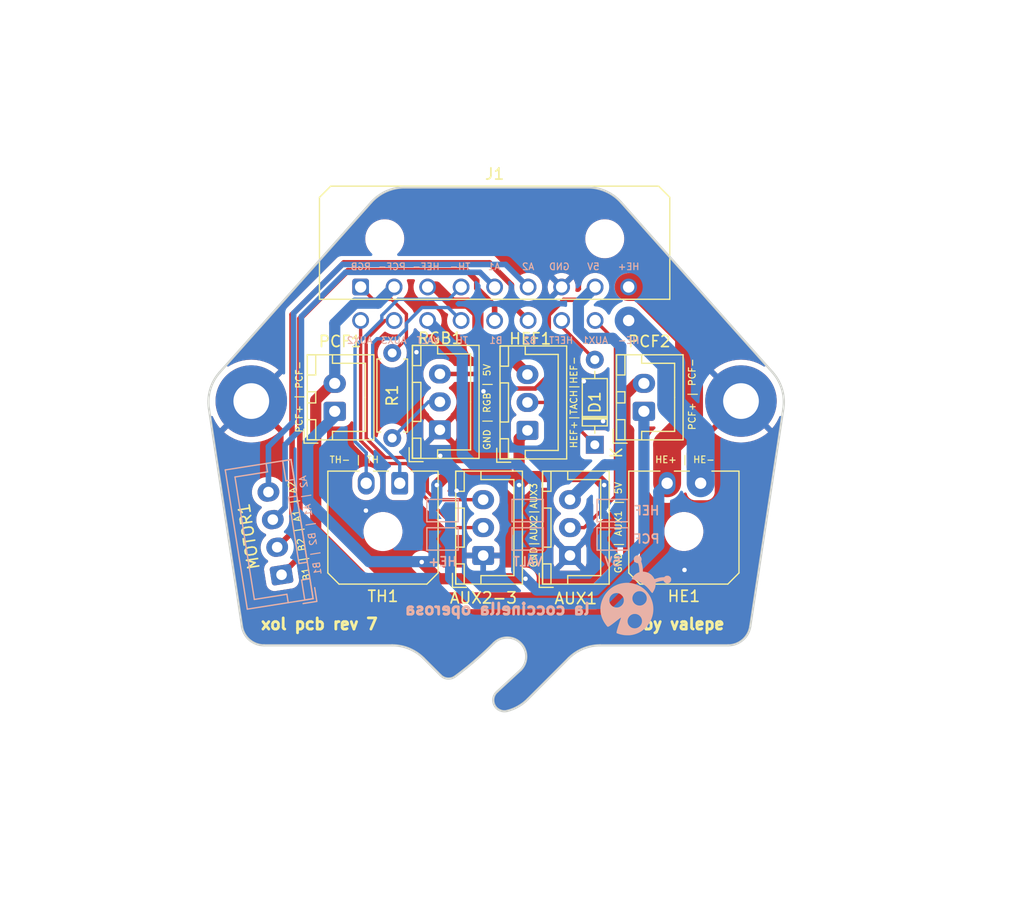
<source format=kicad_pcb>
(kicad_pcb (version 20240108) (generator "pcbnew") (generator_version "8.0")
  (layers (0 "F.Cu" signal) (31 "B.Cu" signal) (34 "B.Paste" user) (35 "F.Paste" user) (36 "B.SilkS" user "B.Silkscreen") (37 "F.SilkS" user "F.Silkscreen") (38 "B.Mask" user) (39 "F.Mask" user) (44 "Edge.Cuts" user))
  (net 0 "")
  (net 1 "AUX1")
  (net 2 "A1")
  (net 3 "Net-(D1-K)")
  (net 4 "A2")
  (net 5 "B1")
  (net 6 "RGB")
  (net 7 "B2")
  (net 8 "TH")
  (net 9 "HE+")
  (net 10 "HEF+")
  (net 11 "HE-")
  (net 12 "HEF-")
  (net 13 "5V")
  (net 14 "PCF+")
  (net 15 "PCF-")
  (net 16 "GND")
  (net 17 "TH-")
  (net 18 "VALT")
  (net 19 "Net-(D1-A)")
  (net 20 "AUX2")
  (net 21 "AUX3")
  (net 22 "Net-(RGB1-Pin_2)")
  (footprint "Connector_Molex:Molex_Micro-Fit_3.0_43650-0200_1x02_P3.00mm_Horizontal" (layer "F.Cu") (at 75.946 56.736 180)
    (property "Reference" "HE1" (at 1.5 -10.12 0) (layer "F.SilkS"))
    (property "Value" "HOTEND")
    (pad "" np_thru_hole circle (at 1.5 -4.32 180) (size 3 3) (drill 3) (layers "*.Cu" "*.Mask"))
    (pad "1" thru_hole roundrect (at 0 0 180) (size 1.5 2.02) (drill 1.02) (layers "*.Cu" "*.Mask") (roundrect_rratio 0.1666673333) (net 11 "HE-"))
    (pad "2" thru_hole oval (at 3 0 180) (size 1.5 2.02) (drill 1.02) (layers "*.Cu" "*.Mask") (net 9 "HE+"))
  )
  (footprint "Connector_JST:JST_XH_B2B-XH-A_1x02_P2.50mm_Vertical" (layer "F.Cu") (at 43.18 50.292 90)
    (property "Reference" "PCF1" (at 6.256 0.484 180) (layer "F.SilkS"))
    (property "Value" "PART_FAN_1")
    (pad "1" thru_hole roundrect (at 0 0 90) (size 1.7 2) (drill 1) (layers "*.Cu" "*.Mask") (roundrect_rratio 0.1470588235) (net 14 "PCF+"))
    (pad "2" thru_hole oval (at 2.5 0 90) (size 1.7 2) (drill 1) (layers "*.Cu" "*.Mask") (net 15 "PCF-"))
  )
  (footprint "Resistor_THT:R_Axial_DIN0207_L6.3mm_D2.5mm_P7.62mm_Horizontal" (layer "F.Cu") (at 48.33 52.69 90)
    (property "Reference" "R1" (at 3.81 0 90) (layer "F.SilkS"))
    (property "Value" "470")
    (pad "1" thru_hole circle (at 0 0 90) (size 1.6 1.6) (drill 0.8) (layers "*.Cu" "*.Mask") (net 22 "Net-(RGB1-Pin_2)"))
    (pad "2" thru_hole oval (at 7.62 0 90) (size 1.6 1.6) (drill 0.8) (layers "*.Cu" "*.Mask") (net 6 "RGB"))
  )
  (footprint "Connector_Molex:Molex_Micro-Fit_3.0_43650-0200_1x02_P3.00mm_Horizontal" (layer "F.Cu") (at 49 56.736 180)
    (property "Reference" "TH1" (at 1.5 -10.12 0) (layer "F.SilkS"))
    (property "Value" "THERMISTOR")
    (pad "" np_thru_hole circle (at 1.5 -4.32 180) (size 3 3) (drill 3) (layers "*.Cu" "*.Mask"))
    (pad "1" thru_hole roundrect (at 0 0 180) (size 1.5 2.02) (drill 1.02) (layers "*.Cu" "*.Mask") (roundrect_rratio 0.1666673333) (net 8 "TH"))
    (pad "2" thru_hole oval (at 3 0 180) (size 1.5 2.02) (drill 1.02) (layers "*.Cu" "*.Mask") (net 17 "TH-"))
  )
  (footprint "MountingHole:MountingHole_3.2mm_M3_Pad" (layer "F.Cu") (at 79.559001 49.376179)
    (property "Reference" "H1" (hide yes))
    (property "Value" "MountingHole_Pad")
    (pad "1" thru_hole circle (at 0 0) (size 6.4 6.4) (drill 3.2) (layers "*.Cu" "*.Mask") (net 16 "GND"))
  )
  (footprint "MountingHole:MountingHole_3.2mm_M3_Pad" (layer "F.Cu") (at 35.709001 49.376179)
    (property "Reference" "H2" (hide yes))
    (property "Value" "MountingHole_Pad")
    (pad "1" thru_hole circle (at 0 0) (size 6.4 6.4) (drill 3.2) (layers "*.Cu" "*.Mask") (net 16 "GND"))
  )
  (footprint "Connector_JST:JST_XH_B3B-XH-A_1x03_P2.50mm_Vertical" (layer "F.Cu") (at 64.245 63.206 90)
    (property "Reference" "AUX1" (at -3.85 0.525 180) (layer "F.SilkS"))
    (property "Value" "AUX_1")
    (pad "1" thru_hole roundrect (at 0 0 90) (size 1.7 1.95) (drill 0.95) (layers "*.Cu" "*.Mask") (roundrect_rratio 0.1470588235) (net 16 "GND"))
    (pad "2" thru_hole oval (at 2.5 0 90) (size 1.7 1.95) (drill 0.95) (layers "*.Cu" "*.Mask") (net 1 "AUX1"))
    (pad "3" thru_hole oval (at 5 0 90) (size 1.7 1.95) (drill 0.95) (layers "*.Cu" "*.Mask") (net 13 "5V"))
  )
  (footprint "Connector_JST:JST_XH_B3B-XH-A_1x03_P2.50mm_Vertical" (layer "F.Cu") (at 52.595 51.95 90)
    (property "Reference" "RGB1" (at 8.2 0.025 0) (layer "F.SilkS"))
    (property "Value" "NEOPIXEL")
    (pad "1" thru_hole roundrect (at 0 0 90) (size 1.7 1.95) (drill 0.95) (layers "*.Cu" "*.Mask") (roundrect_rratio 0.1470588235) (net 16 "GND"))
    (pad "2" thru_hole oval (at 2.5 0 90) (size 1.7 1.95) (drill 0.95) (layers "*.Cu" "*.Mask") (net 22 "Net-(RGB1-Pin_2)"))
    (pad "3" thru_hole oval (at 5 0 90) (size 1.7 1.95) (drill 0.95) (layers "*.Cu" "*.Mask") (net 13 "5V"))
  )
  (footprint "Connector_JST:JST_XH_B2B-XH-A_1x02_P2.50mm_Vertical" (layer "F.Cu") (at 70.866 50.292 90)
    (property "Reference" "PCF2" (at 6.256 0.484 180) (layer "F.SilkS"))
    (property "Value" "PART_FAN_2")
    (pad "1" thru_hole roundrect (at 0 0 90) (size 1.7 2) (drill 1) (layers "*.Cu" "*.Mask") (roundrect_rratio 0.1470588235) (net 14 "PCF+"))
    (pad "2" thru_hole oval (at 2.5 0 90) (size 1.7 2) (drill 1) (layers "*.Cu" "*.Mask") (net 15 "PCF-"))
  )
  (footprint "Connector_Molex:Molex_Micro-Fit_3.0_43045-1800_2x09_P3.00mm_Horizontal" (layer "F.Cu") (at 45.5 39.161)
    (property "Reference" "J1" (at 12 -10.12 0) (layer "F.SilkS"))
    (property "Value" "BIG_CONNECTOR")
    (pad "" np_thru_hole circle (at 2.16 -4.32) (size 3 3) (drill 3) (layers "*.Cu" "*.Mask"))
    (pad "" np_thru_hole circle (at 21.86 -4.32) (size 3 3) (drill 3) (layers "*.Cu" "*.Mask"))
    (pad "1" thru_hole roundrect (at 0 0) (size 1.5 1.5) (drill 1.02) (layers "*.Cu" "*.Mask") (roundrect_rratio 0.166667) (net 6 "RGB"))
    (pad "2" thru_hole circle (at 3 0) (size 1.5 1.5) (drill 1.02) (layers "*.Cu" "*.Mask") (net 15 "PCF-"))
    (pad "3" thru_hole circle (at 6 0) (size 1.5 1.5) (drill 1.02) (layers "*.Cu" "*.Mask") (net 12 "HEF-"))
    (pad "4" thru_hole circle (at 9 0) (size 1.5 1.5) (drill 1.02) (layers "*.Cu" "*.Mask") (net 17 "TH-"))
    (pad "5" thru_hole circle (at 12 0) (size 1.5 1.5) (drill 1.02) (layers "*.Cu" "*.Mask") (net 2 "A1"))
    (pad "6" thru_hole circle (at 15 0) (size 1.5 1.5) (drill 1.02) (layers "*.Cu" "*.Mask") (net 4 "A2"))
    (pad "7" thru_hole circle (at 18 0) (size 1.5 1.5) (drill 1.02) (layers "*.Cu" "*.Mask") (net 16 "GND"))
    (pad "8" thru_hole circle (at 21 0) (size 1.5 1.5) (drill 1.02) (layers "*.Cu" "*.Mask") (net 13 "5V"))
    (pad "9" thru_hole circle (at 24 0) (size 1.5 1.5) (drill 1.02) (layers "*.Cu" "*.Mask") (net 9 "HE+"))
    (pad "10" thru_hole circle (at 0 3) (size 1.5 1.5) (drill 1.02) (layers "*.Cu" "*.Mask") (net 20 "AUX2"))
    (pad "11" thru_hole circle (at 3 3) (size 1.5 1.5) (drill 1.02) (layers "*.Cu" "*.Mask") (net 21 "AUX3"))
    (pad "12" thru_hole circle (at 6 3) (size 1.5 1.5) (drill 1.02) (layers "*.Cu" "*.Mask") (net 18 "VALT"))
    (pad "13" thru_hole circle (at 9 3) (size 1.5 1.5) (drill 1.02) (layers "*.Cu" "*.Mask") (net 8 "TH"))
    (pad "14" thru_hole circle (at 12 3) (size 1.5 1.5) (drill 1.02) (layers "*.Cu" "*.Mask") (net 5 "B1"))
    (pad "15" thru_hole circle (at 15 3) (size 1.5 1.5) (drill 1.02) (layers "*.Cu" "*.Mask") (net 7 "B2"))
    (pad "16" thru_hole circle (at 18 3) (size 1.5 1.5) (drill 1.02) (layers "*.Cu" "*.Mask") (net 19 "Net-(D1-A)"))
    (pad "17" thru_hole circle (at 21 3) (size 1.5 1.5) (drill 1.02) (layers "*.Cu" "*.Mask") (net 1 "AUX1"))
    (pad "18" thru_hole circle (at 24 3) (size 1.5 1.5) (drill 1.02) (layers "*.Cu" "*.Mask") (net 11 "HE-"))
  )
  (footprint "Connector_JST:JST_XH_B3B-XH-A_1x03_P2.50mm_Vertical" (layer "F.Cu") (at 60.44 52 90)
    (property "Reference" "HEF1" (at 8.2 0.25 0) (layer "F.SilkS"))
    (property "Value" "HOTEND_FAN")
    (pad "1" thru_hole roundrect (at 0 0 90) (size 1.7 1.95) (drill 0.95) (layers "*.Cu" "*.Mask") (roundrect_rratio 0.147059) (net 10 "HEF+"))
    (pad "2" thru_hole oval (at 2.5 0 90) (size 1.7 1.95) (drill 0.95) (layers "*.Cu" "*.Mask") (net 3 "Net-(D1-K)"))
    (pad "3" thru_hole oval (at 5 0 90) (size 1.7 1.95) (drill 0.95) (layers "*.Cu" "*.Mask") (net 12 "HEF-"))
  )
  (footprint "Diode_THT:D_DO-35_SOD27_P7.62mm_Horizontal" (layer "F.Cu") (at 66.47 53.29 90)
    (property "Reference" "D1" (at 3.81 0 90) (layer "F.SilkS"))
    (property "Value" "1N4148")
    (fp_text user "K" (at -0.71 1.94 90) (layer "F.SilkS"))
    (pad "1" thru_hole rect (at 0 0 90) (size 1.6 1.6) (drill 0.8) (layers "*.Cu" "*.Mask") (net 3 "Net-(D1-K)"))
    (pad "2" thru_hole oval (at 7.62 0 90) (size 1.6 1.6) (drill 0.8) (layers "*.Cu" "*.Mask") (net 19 "Net-(D1-A)"))
  )
  (footprint "Connector_JST:JST_XH_B3B-XH-A_1x03_P2.50mm_Vertical" (layer "F.Cu") (at 56.475 63.206 90)
    (property "Reference" "AUX2-3" (at -3.794 0.025 180) (layer "F.SilkS"))
    (property "Value" "AUX_2-3")
    (pad "1" thru_hole roundrect (at 0 0 90) (size 1.7 1.95) (drill 0.95) (layers "*.Cu" "*.Mask") (roundrect_rratio 0.147059) (net 16 "GND"))
    (pad "2" thru_hole oval (at 2.5 0 90) (size 1.7 1.95) (drill 0.95) (layers "*.Cu" "*.Mask") (net 20 "AUX2"))
    (pad "3" thru_hole oval (at 5 0 90) (size 1.7 1.95) (drill 0.95) (layers "*.Cu" "*.Mask") (net 21 "AUX3"))
  )
  (footprint "Library:ladybug" (layer "B.Cu") (at 70.094225 66.739648 180)
    (property "Reference" "G***" (hide yes))
    (property "Value" "LOGO" (hide yes))
  )
  (footprint "Jumper:SolderJumper-2_P1.3mm_Open_TrianglePad1.0x1.5mm" (layer "B.Cu") (at 68.072 61.722 180)
    (property "Reference" "JP4" (hide yes))
    (property "Value" "PCF_5V")
    (pad "1" smd custom (at -0.725 0 180) (size 0.3 0.3) (layers "B.Cu" "B.Mask") (net 13 "5V") (options (clearance outline) (anchor rect)) (primitives (gr_poly (pts (xy 1 0) (xy 0.5 -0.75) (xy -0.5 -0.75) (xy -0.5 0.75) (xy 0.5 0.75)) (width 0) (fill yes))))
    (pad "2" smd custom (at 0.725 0 180) (size 0.3 0.3) (layers "B.Cu" "B.Mask") (net 14 "PCF+") (options (clearance outline) (anchor rect)) (primitives (gr_poly (pts (xy 0.5 -0.75) (xy -0.65 -0.75) (xy -0.15 0) (xy -0.65 0.75) (xy 0.5 0.75)) (width 0) (fill yes))))
  )
  (footprint "Connector_JST:JST_XH_B4B-XH-A_1x04_P2.50mm_Vertical" (layer "B.Cu") (at 38.419166 64.929703 99)
    (property "Reference" "MOTOR1" (at 3.844136 -2.346702 99) (layer "F.SilkS"))
    (property "Value" "MOTOR")
    (pad "1" thru_hole roundrect (at 0 0 99) (size 1.7 1.95) (drill 0.95) (layers "*.Cu" "*.Mask") (roundrect_rratio 0.1470588235) (net 5 "B1"))
    (pad "2" thru_hole oval (at 2.5 0 99) (size 1.7 1.95) (drill 0.95) (layers "*.Cu" "*.Mask") (net 7 "B2"))
    (pad "3" thru_hole oval (at 5 0 99) (size 1.7 1.95) (drill 0.95) (layers "*.Cu" "*.Mask") (net 2 "A1"))
    (pad "4" thru_hole oval (at 7.5 0.000001 99) (size 1.7 1.95) (drill 0.95) (layers "*.Cu" "*.Mask") (net 4 "A2"))
  )
  (footprint "Jumper:SolderJumper-2_P1.3mm_Open_TrianglePad1.0x1.5mm" (layer "B.Cu") (at 68.072 59.182 180)
    (property "Reference" "JP1" (hide yes))
    (property "Value" "HEF_5V")
    (pad "1" smd custom (at -0.725 0 180) (size 0.3 0.3) (layers "B.Cu" "B.Mask") (net 13 "5V") (options (clearance outline) (anchor rect)) (primitives (gr_poly (pts (xy 1 0) (xy 0.5 -0.75) (xy -0.5 -0.75) (xy -0.5 0.75) (xy 0.5 0.75)) (width 0) (fill yes))))
    (pad "2" smd custom (at 0.725 0 180) (size 0.3 0.3) (layers "B.Cu" "B.Mask") (net 10 "HEF+") (options (clearance outline) (anchor rect)) (primitives (gr_poly (pts (xy 0.5 -0.75) (xy -0.65 -0.75) (xy -0.15 0) (xy -0.65 0.75) (xy 0.5 0.75)) (width 0) (fill yes))))
  )
  (footprint "Jumper:SolderJumper-2_P1.3mm_Open_TrianglePad1.0x1.5mm" (layer "B.Cu") (at 52.832 59.182 180)
    (property "Reference" "JP3" (hide yes))
    (property "Value" "HEF_HE+")
    (pad "1" smd custom (at -0.725 0 180) (size 0.3 0.3) (layers "B.Cu" "B.Mask") (net 9 "HE+") (options (clearance outline) (anchor rect)) (primitives (gr_poly (pts (xy 1 0) (xy 0.5 -0.75) (xy -0.5 -0.75) (xy -0.5 0.75) (xy 0.5 0.75)) (width 0) (fill yes))))
    (pad "2" smd custom (at 0.725 0 180) (size 0.3 0.3) (layers "B.Cu" "B.Mask") (net 10 "HEF+") (options (clearance outline) (anchor rect)) (primitives (gr_poly (pts (xy 0.5 -0.75) (xy -0.65 -0.75) (xy -0.15 0) (xy -0.65 0.75) (xy 0.5 0.75)) (width 0) (fill yes))))
  )
  (footprint "Jumper:SolderJumper-2_P1.3mm_Open_TrianglePad1.0x1.5mm" (layer "B.Cu") (at 60.452 61.722 180)
    (property "Reference" "JP5" (hide yes))
    (property "Value" "PCF_VALT")
    (pad "1" smd custom (at -0.725 0 180) (size 0.3 0.3) (layers "B.Cu" "B.Mask") (net 18 "VALT") (options (clearance outline) (anchor rect)) (primitives (gr_poly (pts (xy 1 0) (xy 0.5 -0.75) (xy -0.5 -0.75) (xy -0.5 0.75) (xy 0.5 0.75)) (width 0) (fill yes))))
    (pad "2" smd custom (at 0.725 0 180) (size 0.3 0.3) (layers "B.Cu" "B.Mask") (net 14 "PCF+") (options (clearance outline) (anchor rect)) (primitives (gr_poly (pts (xy 0.5 -0.75) (xy -0.65 -0.75) (xy -0.15 0) (xy -0.65 0.75) (xy 0.5 0.75)) (width 0) (fill yes))))
  )
  (footprint "Jumper:SolderJumper-2_P1.3mm_Open_TrianglePad1.0x1.5mm" (layer "B.Cu") (at 52.832 61.722 180)
    (property "Reference" "JP6" (hide yes))
    (property "Value" "PCF_HE+")
    (pad "1" smd custom (at -0.725 0 180) (size 0.3 0.3) (layers "B.Cu" "B.Mask") (net 9 "HE+") (options (clearance outline) (anchor rect)) (primitives (gr_poly (pts (xy 1 0) (xy 0.5 -0.75) (xy -0.5 -0.75) (xy -0.5 0.75) (xy 0.5 0.75)) (width 0) (fill yes))))
    (pad "2" smd custom (at 0.725 0 180) (size 0.3 0.3) (layers "B.Cu" "B.Mask") (net 14 "PCF+") (options (clearance outline) (anchor rect)) (primitives (gr_poly (pts (xy 0.5 -0.75) (xy -0.65 -0.75) (xy -0.15 0) (xy -0.65 0.75) (xy 0.5 0.75)) (width 0) (fill yes))))
  )
  (footprint "Jumper:SolderJumper-2_P1.3mm_Open_TrianglePad1.0x1.5mm" (layer "B.Cu") (at 60.452 59.182 180)
    (property "Reference" "JP2" (hide yes))
    (property "Value" "HEF_VALT")
    (pad "1" smd custom (at -0.725 0 180) (size 0.3 0.3) (layers "B.Cu" "B.Mask") (net 18 "VALT") (options (clearance outline) (anchor rect)) (primitives (gr_poly (pts (xy 1 0) (xy 0.5 -0.75) (xy -0.5 -0.75) (xy -0.5 0.75) (xy 0.5 0.75)) (width 0) (fill yes))))
    (pad "2" smd custom (at 0.725 0 180) (size 0.3 0.3) (layers "B.Cu" "B.Mask") (net 10 "HEF+") (options (clearance outline) (anchor rect)) (primitives (gr_poly (pts (xy 0.5 -0.75) (xy -0.65 -0.75) (xy -0.15 0) (xy -0.65 0.75) (xy 0.5 0.75)) (width 0) (fill yes))))
  )
  (gr_arc (start 65.840627 30.245996) (mid 67.477058 30.59605) (end 68.827066 31.584947) (stroke (width 0.2)) (layer "Edge.Cuts"))
  (gr_arc (start 57.42912 71.048348) (mid 55.755309 72.605299) (end 53.970225 74.033311) (stroke (width 0.2)) (layer "Edge.Cuts"))
  (gr_arc (start 58.624904 77.121317) (mid 57.488535 76.611085) (end 57.731048 75.389259) (stroke (width 0.2)) (layer "Edge.Cuts"))
  (gr_arc (start 46.440937 31.584947) (mid 47.790946 30.596051) (end 49.427376 30.245996) (stroke (width 0.2)) (layer "Edge.Cuts"))
  (gr_line (start 82.38354 46.79909) (end 68.827066 31.584947) (stroke (width 0.2)) (layer "Edge.Cuts"))
  (gr_line (start 80.392158 69.546324) (end 83.351745 50.060796) (stroke (width 0.2)) (layer "Edge.Cuts"))
  (gr_line (start 59.835941 73.44985) (end 57.731048 75.389259) (stroke (width 0.2)) (layer "Edge.Cuts"))
  (gr_line (start 36.853167 71.245996) (end 48.320293 71.245996) (stroke (width 0.2)) (layer "Edge.Cuts"))
  (gr_line (start 31.916258 50.060796) (end 34.875844 69.546324) (stroke (width 0.2)) (layer "Edge.Cuts"))
  (gr_arc (start 64.119283 72.417569) (mid 65.416977 71.550479) (end 66.94771 71.245996) (stroke (width 0.2)) (layer "Edge.Cuts"))
  (gr_line (start 65.840627 30.245996) (end 49.427376 30.245996) (stroke (width 0.2)) (layer "Edge.Cuts"))
  (gr_line (start 60.462428 76.074423) (end 64.119283 72.417569) (stroke (width 0.2)) (layer "Edge.Cuts"))
  (gr_line (start 46.440937 31.584947) (end 32.884463 46.79909) (stroke (width 0.2)) (layer "Edge.Cuts"))
  (gr_arc (start 57.42912 71.048348) (mid 59.833282 71.045688) (end 59.835941 73.44985) (stroke (width 0.2)) (layer "Edge.Cuts"))
  (gr_arc (start 60.462428 76.074423) (mid 59.614106 76.721507) (end 58.624904 77.121317) (stroke (width 0.2)) (layer "Edge.Cuts"))
  (gr_arc (start 53.970225 74.033311) (mid 53.301167 74.226968) (end 52.667961 73.936809) (stroke (width 0.2)) (layer "Edge.Cuts"))
  (gr_arc (start 80.392158 69.546324) (mid 79.71856 70.762697) (end 78.414836 71.245996) (stroke (width 0.2)) (layer "Edge.Cuts"))
  (gr_arc (start 31.916258 50.060796) (mid 32.036278 48.321869) (end 32.884463 46.79909) (stroke (width 0.2)) (layer "Edge.Cuts"))
  (gr_arc (start 48.320293 71.245996) (mid 49.851027 71.550478) (end 51.14872 72.417569) (stroke (width 0.2)) (layer "Edge.Cuts"))
  (gr_arc (start 36.853167 71.245996) (mid 35.549452 70.762679) (end 34.875844 69.546324) (stroke (width 0.2)) (layer "Edge.Cuts"))
  (gr_arc (start 82.38354 46.79909) (mid 83.23173 48.321868) (end 83.351745 50.060796) (stroke (width 0.2)) (layer "Edge.Cuts"))
  (gr_line (start 51.14872 72.417569) (end 52.667961 73.936809) (stroke (width 0.2)) (layer "Edge.Cuts"))
  (gr_line (start 66.94771 71.245996) (end 78.414836 71.245996) (stroke (width 0.2)) (layer "Edge.Cuts"))
  (gr_text "la coccinella operosa" (at 57.75 68.01 0) (layer "B.SilkS") (effects (font (size 1 1) (thickness 0.25)) (justify mirror)))
  (gr_text "A2 | A1 | B2 | B1" (at 41 60.5 99) (layer "B.SilkS") (effects (font (size 0.6 0.6) (thickness 0.1)) (justify mirror)))
  (gr_text "VALT" (at 51.514 43.942 0) (layer "B.SilkS") (effects (font (size 0.6 0.6) (thickness 0.1)) (justify mirror)))
  (gr_text "TH-" (at 54.404 37.338 0) (layer "B.SilkS") (effects (font (size 0.6 0.6) (thickness 0.1)) (justify mirror)))
  (gr_text "GND" (at 63.294 37.338 0) (layer "B.SilkS") (effects (font (size 0.6 0.6) (thickness 0.1)) (justify mirror)))
  (gr_text "RGB" (at 45.514 37.338 0) (layer "B.SilkS") (effects (font (size 0.6 0.6) (thickness 0.1)) (justify mirror)))
  (gr_text "PCF-" (at 48.308 37.338 0) (layer "B.SilkS") (effects (font (size 0.6 0.6) (thickness 0.1)) (justify mirror)))
  (gr_text "5V" (at 68.072 63.754 0) (layer "B.SilkS") (effects (font (size 0.8 0.8)) (justify mirror)))
  (gr_text "HEFT" (at 63.452 43.942 0) (layer "B.SilkS") (effects (font (size 0.6 0.6) (thickness 0.1)) (justify mirror)))
  (gr_text "AUX3" (at 48.466 43.942 0) (layer "B.SilkS") (effects (font (size 0.6 0.6) (thickness 0.1)) (justify mirror)))
  (gr_text "B2" (at 60.658 43.942 0) (layer "B.SilkS") (effects (font (size 0.6 0.6) (thickness 0.1)) (justify mirror)))
  (gr_text "TH" (at 54.562 43.942 0) (layer "B.SilkS") (effects (font (size 0.6 0.6) (thickness 0.1)) (justify mirror)))
  (gr_text "HE+" (at 52.832 63.754 0) (layer "B.SilkS") (effects (font (size 0.8 0.8)) (justify mirror)))
  (gr_text "A1" (at 57.452 37.338 0) (layer "B.SilkS") (effects (font (size 0.6 0.6) (thickness 0.1)) (justify mirror)))
  (gr_text "HEF" (at 71.12 59.182 0) (layer "B.SilkS") (effects (font (size 0.8 0.8)) (justify mirror)))
  (gr_text "5V" (at 66.342 37.338 0) (layer "B.SilkS") (effects (font (size 0.6 0.6) (thickness 0.1)) (justify mirror)))
  (gr_text "VALT" (at 60.452 63.754 0) (layer "B.SilkS") (effects (font (size 0.8 0.8)) (justify mirror)))
  (gr_text "HE-" (at 69.5 43.942 0) (layer "B.SilkS") (effects (font (size 0.6 0.6) (thickness 0.1)) (justify mirror)))
  (gr_text "HE+" (at 69.5 37.338 0) (layer "B.SilkS") (effects (font (size 0.6 0.6) (thickness 0.1)) (justify mirror)))
  (gr_text "HEF-" (at 51.356 37.338 0) (layer "B.SilkS") (effects (font (size 0.6 0.6) (thickness 0.1)) (justify mirror)))
  (gr_text "B1" (at 57.61 43.942 0) (layer "B.SilkS") (effects (font (size 0.6 0.6) (thickness 0.1)) (justify mirror)))
  (gr_text "A2" (at 60.5 37.338 0) (layer "B.SilkS") (effects (font (size 0.6 0.6) (thickness 0.1)) (justify mirror)))
  (gr_text "AUX2" (at 45.418 43.942 0) (layer "B.SilkS") (effects (font (size 0.6 0.6) (thickness 0.1)) (justify mirror)))
  (gr_text "AUX1" (at 66.5 43.942 0) (layer "B.SilkS") (effects (font (size 0.6 0.6) (thickness 0.1)) (justify mirror)))
  (gr_text "PCF" (at 71.12 61.722 0) (layer "B.SilkS") (effects (font (size 0.8 0.8)) (justify mirror)))
  (gr_text "GND|AUX2|AUX3" (at 61 60.5 90) (layer "F.SilkS") (effects (font (size 0.6 0.6) (thickness 0.1))))
  (gr_text "TH- | TH" (at 44.93 54.63 0) (layer "F.SilkS") (effects (font (size 0.6 0.6) (thickness 0.1))))
  (gr_text "GND | RGB | 5V" (at 56.82 49.9 90) (layer "F.SilkS") (effects (font (size 0.6 0.6) (thickness 0.1))))
  (gr_text "HE+ | HE-" (at 74.54 54.62 0) (layer "F.SilkS") (effects (font (size 0.6 0.6) (thickness 0.1))))
  (gr_text "PCF+ | PCF-" (at 75.184 48.768 90) (layer "F.SilkS") (effects (font (size 0.6 0.6) (thickness 0.1))))
  (gr_text "by valepe" (at 74.422 69.342 0) (layer "F.SilkS") (effects (font (size 1 1) (thickness 0.25))))
  (gr_text "PCF+ | PCF-" (at 40 49 90) (layer "F.SilkS") (effects (font (size 0.6 0.6) (thickness 0.1))))
  (gr_text "GND | AUX1 | 5V" (at 68.58 60.706 90) (layer "F.SilkS") (effects (font (size 0.6 0.6) (thickness 0.1))))
  (gr_text "xol pcb rev 7" (at 36.449 69.342 0) (layer "F.SilkS") (effects (font (size 1 1) (thickness 0.25)) (justify left)))
  (gr_text "B1 | B2 | A1 | A2" (at 40 61 99) (layer "F.SilkS") (effects (font (size 0.6 0.6) (thickness 0.1))))
  (gr_text "HEF+|TACH|HEF-" (at 64.59 49.49 90) (layer "F.SilkS") (effects (font (size 0.6 0.6) (thickness 0.1))))
  (segment (start 68.316 43.977) (end 68.316 57.91) (width 0.3) (layer "F.Cu") (net 1))
  (segment (start 65.52 60.706) (end 64.245 60.706) (width 0.3) (layer "F.Cu") (net 1))
  (segment (start 68.316 57.91) (end 65.52 60.706) (width 0.3) (layer "F.Cu") (net 1))
  (segment (start 66.5 42.161) (end 68.316 43.977) (width 0.3) (layer "F.Cu") (net 1))
  (segment (start 40.2 41.78995) (end 44.14395 37.846) (width 0.5) (layer "B.Cu") (net 2))
  (segment (start 38.737599 58.890656) (end 38.737599 53.286601) (width 0.5) (layer "B.Cu") (net 2))
  (segment (start 38.737599 53.286601) (end 40.2 51.8242) (width 0.5) (layer "B.Cu") (net 2))
  (segment (start 40.2 51.8242) (end 40.2 41.78995) (width 0.5) (layer "B.Cu") (net 2))
  (segment (start 56.185 37.846) (end 57.5 39.161) (width 0.5) (layer "B.Cu") (net 2))
  (segment (start 37.636994 59.991261) (end 38.737599 58.890656) (width 0.5) (layer "B.Cu") (net 2))
  (segment (start 44.14395 37.846) (end 56.185 37.846) (width 0.5) (layer "B.Cu") (net 2))
  (segment (start 62.68 49.5) (end 66.47 53.29) (width 0.3) (layer "F.Cu") (net 3))
  (segment (start 60.44 49.5) (end 62.68 49.5) (width 0.3) (layer "F.Cu") (net 3))
  (segment (start 39.5 51.1892) (end 37.245908 53.443292) (width 0.5) (layer "B.Cu") (net 4))
  (segment (start 58.485 37.146) (end 43.854 37.146) (width 0.5) (layer "B.Cu") (net 4))
  (segment (start 43.854 37.146) (end 39.5 41.5) (width 0.5) (layer "B.Cu") (net 4))
  (segment (start 37.245908 53.443292) (end 37.245908 57.52204) (width 0.5) (layer "B.Cu") (net 4))
  (segment (start 60.5 39.161) (end 58.485 37.146) (width 0.5) (layer "B.Cu") (net 4))
  (segment (start 39.5 41.5) (end 39.5 51.1892) (width 0.5) (layer "B.Cu") (net 4))
  (segment (start 38.419166 64.929703) (end 40 63.348869) (width 0.5) (layer "F.Cu") (net 5))
  (segment (start 40 61.5) (end 40.059001 61.440999) (width 0.5) (layer "F.Cu") (net 5))
  (segment (start 40.059001 42) (end 44.359001 37.7) (width 0.5) (layer "F.Cu") (net 5))
  (segment (start 57.5 40.858057) (end 55.9 39.258057) (width 0.5) (layer "F.Cu") (net 5))
  (segment (start 44.359001 37.7) (end 55 37.7) (width 0.5) (layer "F.Cu") (net 5))
  (segment (start 40.059001 61.440999) (end 40.059001 42) (width 0.5) (layer "F.Cu") (net 5))
  (segment (start 40 63.348869) (end 40 61.5) (width 0.5) (layer "F.Cu") (net 5))
  (segment (start 55.9 39.258057) (end 55.9 38.6) (width 0.5) (layer "F.Cu") (net 5))
  (segment (start 57.5 42.161) (end 57.5 40.858057) (width 0.5) (layer "F.Cu") (net 5))
  (segment (start 55 37.7) (end 55.9 38.6) (width 0.5) (layer "F.Cu") (net 5))
  (segment (start 46.6 40.261) (end 48.271 40.261) (width 0.3) (layer "F.Cu") (net 6))
  (segment (start 49.6 41.59) (end 49.6 43.8) (width 0.3) (layer "F.Cu") (net 6))
  (segment (start 45.5 39.161) (end 46.6 40.261) (width 0.3) (layer "F.Cu") (net 6))
  (segment (start 49.6 43.8) (end 48.33 45.07) (width 0.3) (layer "F.Cu") (net 6))
  (segment (start 48.271 40.261) (end 49.6 41.59) (width 0.3) (layer "F.Cu") (net 6))
  (segment (start 57.036057 37) (end 59 38.963943) (width 0.5) (layer "F.Cu") (net 7))
  (segment (start 59 38.963943) (end 59 40.661) (width 0.5) (layer "F.Cu") (net 7))
  (segment (start 59 40.661) (end 60.5 42.161) (width 0.5) (layer "F.Cu") (net 7))
  (segment (start 39.359001 61.129561) (end 39.359001 41.640999) (width 0.5) (layer "F.Cu") (net 7))
  (segment (start 44 37) (end 57.036057 37) (width 0.5) (layer "F.Cu") (net 7))
  (segment (start 38.02808 62.460482) (end 39.359001 61.129561) (width 0.5) (layer "F.Cu") (net 7))
  (segment (start 39.359001 41.640999) (end 44 37) (width 0.5) (layer "F.Cu") (net 7))
  (segment (start 54.5 42.161) (end 53.339 41) (width 0.3) (layer "B.Cu") (net 8))
  (segment (start 49.506 56.736) (end 49.15 56.38) (width 0.3) (layer "B.Cu") (net 8))
  (segment (start 51 41) (end 49.6 42.4) (width 0.3) (layer "B.Cu") (net 8))
  (segment (start 46.97 43.79) (end 46.58 44.18) (width 0.3) (layer "B.Cu") (net 8))
  (segment (start 49 54.986346) (end 49 56.736) (width 0.3) (layer "B.Cu") (net 8))
  (segment (start 53.339 41) (end 51 41) (width 0.3) (layer "B.Cu") (net 8))
  (segment (start 46.58 52.566346) (end 49 54.986346) (width 0.3) (layer "B.Cu") (net 8))
  (segment (start 49.6 42.9) (end 48.71 43.79) (width 0.3) (layer "B.Cu") (net 8))
  (segment (start 49.6 42.4) (end 49.6 42.9) (width 0.3) (layer "B.Cu") (net 8))
  (segment (start 46.58 52.566346) (end 46.58 44.18) (width 0.3) (layer "B.Cu") (net 8))
  (segment (start 48.71 43.79) (end 46.97 43.79) (width 0.3) (layer "B.Cu") (net 8))
  (segment (start 74.909001 51.302273) (end 74.909001 43.509341) (width 2.5) (layer "F.Cu") (net 9))
  (segment (start 72.946 56.736) (end 72.946 53.265274) (width 2.5) (layer "F.Cu") (net 9))
  (segment (start 70.56066 39.161) (end 69.5 39.161) (width 2.5) (layer "F.Cu") (net 9))
  (segment (start 72.946 53.265274) (end 74.909001 51.302273) (width 2.5) (layer "F.Cu") (net 9))
  (segment (start 74.909001 43.509341) (end 70.56066 39.161) (width 2.5) (layer "F.Cu") (net 9))
  (segment (start 53.557 65.23243) (end 55.82457 67.5) (width 1) (layer "B.Cu") (net 9))
  (segment (start 72.196 57.486) (end 72.946 56.736) (width 1) (layer "B.Cu") (net 9))
  (segment (start 53.557 59.182) (end 53.557 61.722) (width 1) (layer "B.Cu") (net 9))
  (segment (start 72.196 62.304) (end 72.196 57.486) (width 1) (layer "B.Cu") (net 9))
  (segment (start 55.82457 67.5) (end 67 67.5) (width 1) (layer "B.Cu") (net 9))
  (segment (start 53.557 61.722) (end 53.557 65.23243) (width 1) (layer "B.Cu") (net 9))
  (segment (start 67 67.5) (end 72.196 62.304) (width 1) (layer "B.Cu") (net 9))
  (segment (start 66.548 56.134) (end 67.31 56.896) (width 1) (layer "F.Cu") (net 10))
  (segment (start 59.69 56.896) (end 60.452 56.134) (width 1) (layer "F.Cu") (net 10))
  (segment (start 59.69 56.896) (end 59.69 52.75) (width 1) (layer "F.Cu") (net 10))
  (segment (start 59.69 56.896) (end 58.744 55.95) (width 1) (layer "F.Cu") (net 10))
  (segment (start 59.69 52.75) (end 60.44 52) (width 1) (layer "F.Cu") (net 10))
  (segment (start 53.27 55.95) (end 52.324 56.896) (width 1) (layer "F.Cu") (net 10))
  (segment (start 58.744 55.95) (end 53.27 55.95) (width 1) (layer "F.Cu") (net 10))
  (segment (start 60.452 56.134) (end 66.548 56.134) (width 1) (layer "F.Cu") (net 10))
  (via (at 67.31 56.896) (size 0.8) (drill 0.4) (layers "F.Cu" "B.Cu") (net 10))
  (via (at 59.69 56.896) (size 0.8) (drill 0.4) (layers "F.Cu" "B.Cu") (net 10))
  (via (at 52.324 56.896) (size 0.8) (drill 0.4) (layers "F.Cu" "B.Cu") (net 10))
  (segment (start 52.324 56.896) (end 52.324 58.17505) (width 1) (layer "B.Cu") (net 10))
  (segment (start 59.69 56.896) (end 59.69 58.42) (width 1) (layer "B.Cu") (net 10))
  (segment (start 52.324 58.17505) (end 52.074525 58.424525) (width 1) (layer "B.Cu") (net 10))
  (segment (start 67.31 56.896) (end 67.31 58.42) (width 1) (layer "B.Cu") (net 10))
  (segment (start 73.316 45.977) (end 69.5 42.161) (width 2.5) (layer "B.Cu") (net 11))
  (segment (start 75.946 52.339272) (end 73.316 49.709272) (width 2.5) (layer "B.Cu") (net 11))
  (segment (start 75.946 56.736) (end 75.946 52.339272) (width 2.5) (layer "B.Cu") (net 11))
  (segment (start 73.316 49.709272) (end 73.316 45.977) (width 2.5) (layer "B.Cu") (net 11))
  (segment (start 52.247666 39.161) (end 53.697666 40.611) (width 1) (layer "F.Cu") (net 12))
  (segment (start 55.10061 40.611) (end 56 41.51039) (width 1) (layer "F.Cu") (net 12))
  (segment (start 56 41.51039) (end 56 44.525) (width 1) (layer "F.Cu") (net 12))
  (segment (start 53.697666 40.611) (end 55.10061 40.611) (width 1) (layer "F.Cu") (net 12))
  (segment (start 57.965 44.525) (end 60.44 47) (width 1) (layer "F.Cu") (net 12))
  (segment (start 56 44.525) (end 57.965 44.525) (width 1) (layer "F.Cu") (net 12))
  (segment (start 51.5 39.161) (end 52.247666 39.161) (width 1) (layer "F.Cu") (net 12))
  (segment (start 64.245 58.206) (end 63.947 58.504) (width 1) (layer "F.Cu") (net 13))
  (segment (start 56.582233 47) (end 56.532233 46.95) (width 0.4) (layer "F.Cu") (net 13))
  (segment (start 56.532233 46.95) (end 52.595 46.95) (width 0.4) (layer "F.Cu") (net 13))
  (segment (start 61.15 48.25) (end 62.35 47.05) (width 0.4) (layer "F.Cu") (net 13))
  (segment (start 62.35 41.65) (end 63.689 40.311) (width 0.4) (layer "F.Cu") (net 13))
  (segment (start 62.35 47.05) (end 62.35 41.65) (width 0.4) (layer "F.Cu") (net 13))
  (segment (start 56.582233 47) (end 57.832233 48.25) (width 0.4) (layer "F.Cu") (net 13))
  (segment (start 63.689 40.311) (end 65.35 40.311) (width 0.4) (layer "F.Cu") (net 13))
  (segment (start 65.35 40.311) (end 66.5 39.161) (width 0.4) (layer "F.Cu") (net 13))
  (segment (start 57.832233 48.25) (end 61.15 48.25) (width 0.4) (layer "F.Cu") (net 13))
  (segment (start 68.797 44.477) (end 68.08 43.76) (width 1) (layer "B.Cu") (net 13))
  (segment (start 65 43) (end 65 40.661) (width 1) (layer "B.Cu") (net 13))
  (segment (start 65 40.661) (end 66.5 39.161) (width 1) (layer "B.Cu") (net 13))
  (segment (start 68.797 59.182) (end 68.797 55) (width 1) (layer "B.Cu") (net 13))
  (segment (start 68.08 43.76) (end 65.76 43.76) (width 1) (layer "B.Cu") (net 13))
  (segment (start 68.797 59.182) (end 68.797 61.722) (width 1) (layer "B.Cu") (net 13))
  (segment (start 67.37 55.081) (end 68.716 55.081) (width 1) (layer "B.Cu") (net 13))
  (segment (start 64.245 58.206) (end 67.37 55.081) (width 1) (layer "B.Cu") (net 13))
  (segment (start 68.716 55.081) (end 68.797 55) (width 1) (layer "B.Cu") (net 13))
  (segment (start 68.797 55) (end 68.797 44.477) (width 1) (layer "B.Cu") (net 13))
  (segment (start 65.76 43.76) (end 65 43) (width 1) (layer "B.Cu") (net 13))
  (segment (start 52.4665 65.2865) (end 50.97 63.79) (width 1) (layer "F.Cu") (net 14))
  (segment (start 60.2635 65.2865) (end 52.4665 65.2865) (width 1) (layer "F.Cu") (net 14))
  (via (at 50.97 63.79) (size 0.8) (drill 0.4) (layers "F.Cu" "B.Cu") (net 14))
  (via (at 60.2635 65.2865) (size 0.8) (drill 0.4) (layers "F.Cu" "B.Cu") (net 14))
  (segment (start 46.254 63.754) (end 40.767 58.267) (width 1) (layer "B.Cu") (net 14))
  (segment (start 40.767 58.267) (end 40.767 53.1622) (width 1) (layer "B.Cu") (net 14))
  (segment (start 43.18 50.7492) (end 43.18 50.292) (width 1) (layer "B.Cu") (net 14))
  (segment (start 70.866 61.936944) (end 68.901472 63.901472) (width 1) (layer "B.Cu") (net 14))
  (segment (start 52.07 63.754) (end 46.254 63.754) (width 1) (layer "B.Cu") (net 14))
  (segment (start 66.502944 66.3) (end 68.901472 63.901472) (width 1) (layer "B.Cu") (net 14))
  (segment (start 40.767 53.1622) (end 43.18 50.7492) (width 1) (layer "B.Cu") (net 14))
  (segment (start 61.277 66.3) (end 66.502944 66.3) (width 1) (layer "B.Cu") (net 14))
  (segment (start 59.477 61.722) (end 59.477 64.5) (width 1) (layer "B.Cu") (net 14))
  (segment (start 68.729449 63.901472) (end 67.092097 62.26412) (width 1) (layer "B.Cu") (net 14))
  (segment (start 70.866 50.292) (end 70.866 61.936944) (width 1) (layer "B.Cu") (net 14))
  (segment (start 67.092097 62.26412) (end 67.092097 61.722) (width 1) (layer "B.Cu") (net 14))
  (segment (start 68.901472 63.901472) (end 68.729449 63.901472) (width 1) (layer "B.Cu") (net 14))
  (segment (start 59.477 64.5) (end 61.277 66.3) (width 1) (layer "B.Cu") (net 14))
  (segment (start 52.07 63.754) (end 52.07 62.484) (width 1) (layer "B.Cu") (net 14))
  (segment (start 41.48 49.29157) (end 41.48 60.98) (width 1) (layer "F.Cu") (net 15))
  (segment (start 47.5 67) (end 66.5 67) (width 1) (layer "F.Cu") (net 15))
  (segment (start 69.166 51.666) (end 69.166 48.834) (width 1) (layer "F.Cu") (net 15))
  (segment (start 69.5 52) (end 69.166 51.666) (width 1) (layer "F.Cu") (net 15))
  (segment (start 70.208 47.792) (end 70.866 47.792) (width 1) (layer "F.Cu") (net 15))
  (segment (start 69.166 48.834) (end 70.208 47.792) (width 1) (layer "F.Cu") (net 15))
  (segment (start 43.18 47.792) (end 42.97957 47.792) (width 1) (layer "F.Cu") (net 15))
  (segment (start 41.48 60.98) (end 47.5 67) (width 1) (layer "F.Cu") (net 15))
  (segment (start 69.5 64) (end 69.5 52) (width 1) (layer "F.Cu") (net 15))
  (segment (start 42.97957 47.792) (end 41.48 49.29157) (width 1) (layer "F.Cu") (net 15))
  (segment (start 66.5 67) (end 69.5 64) (width 1) (layer "F.Cu") (net 15))
  (segment (start 44.99939 40.611) (end 47.05 40.611) (width 1) (layer "B.Cu") (net 15))
  (segment (start 47.05 40.611) (end 48.5 39.161) (width 1) (layer "B.Cu") (net 15))
  (segment (start 43.18 47.792) (end 43.18 42.43039) (width 1) (layer "B.Cu") (net 15))
  (segment (start 43.18 42.43039) (end 44.99939 40.611) (width 1) (layer "B.Cu") (net 15))
  (via (at 74.5 64.5) (size 0.8) (drill 0.4) (layers "F.Cu" "B.Cu") (net 16))
  (via (at 67.21 51.18) (size 0.8) (drill 0.4) (layers "F.Cu" "B.Cu") (net 16))
  (via (at 56.5 48.5) (size 0.8) (drill 0.4) (layers "F.Cu" "B.Cu") (net 16))
  (via (at 65.49 47.6) (size 0.8) (drill 0.4) (layers "F.Cu" "B.Cu") (net 16))
  (via (at 54.102 57.404) (size 0.8) (drill 0.4) (layers "F.Cu" "B.Cu") (net 16))
  (via (at 45.974 59.182) (size 0.8) (drill 0.4) (layers "F.Cu" "B.Cu") (net 16))
  (via (at 52.63 54.28) (size 0.8) (drill 0.4) (layers "F.Cu" "B.Cu") (net 16))
  (via (at 50.5 45) (size 0.8) (drill 0.4) (layers "F.Cu" "B.Cu") (net 16))
  (segment (start 47.4 41.705365) (end 47.552683 41.552683) (width 0.3) (layer "B.Cu") (net 17))
  (segment (start 53.4 40.261) (end 54.5 39.161) (width 0.3) (layer "B.Cu") (net 17))
  (segment (start 48.844365 40.261) (end 53.4 40.261) (width 0.3) (layer "B.Cu") (net 17))
  (segment (start 46 54) (end 46 56.736) (width 0.3) (layer "B.Cu") (net 17))
  (segment (start 47.4 42.1) (end 47.4 41.705365) (width 0.3) (layer "B.Cu") (net 17))
  (segment (start 45 44.5) (end 47.4 42.1) (width 0.3) (layer "B.Cu") (net 17))
  (segment (start 45 53) (end 46 54) (width 0.3) (layer "B.Cu") (net 17))
  (segment (start 47.552683 41.552683) (end 48.844365 40.261) (width 0.3) (layer "B.Cu") (net 17))
  (segment (start 45 53) (end 45 44.5) (width 0.3) (layer "B.Cu") (net 17))
  (segment (start 51.5 42.161) (end 54.6 45.261) (width 1) (layer "B.Cu") (net 18))
  (segment (start 61.177 59.182) (end 61.177 61.722) (width 1) (layer "B.Cu") (net 18))
  (segment (start 61.177 56.685944) (end 61.177 59.182) (width 1) (layer "B.Cu") (net 18))
  (segment (start 55.5 55) (end 59.491056 55) (width 1) (layer "B.Cu") (net 18))
  (segment (start 54.6 45.261) (end 54.6 54.1) (width 1) (layer "B.Cu") (net 18))
  (segment (start 59.491056 55) (end 61.177 56.685944) (width 1) (layer "B.Cu") (net 18))
  (segment (start 54.6 54.1) (end 55.5 55) (width 1) (layer "B.Cu") (net 18))
  (segment (start 66.47 45.67) (end 63.5 42.7) (width 0.3) (layer "F.Cu") (net 19))
  (segment (start 63.5 42.7) (end 63.5 42.161) (width 0.3) (layer "F.Cu") (net 19))
  (segment (start 47.562448 54.972448) (end 49.627552 54.972448) (width 0.3) (layer "F.Cu") (net 20))
  (segment (start 53.998893 60.706) (end 56.475 60.706) (width 0.3) (layer "F.Cu") (net 20))
  (segment (start 50.973999 57.681106) (end 53.998893 60.706) (width 0.3) (layer "F.Cu") (net 20))
  (segment (start 45.5 42.161) (end 45.5 52.91) (width 0.3) (layer "F.Cu") (net 20))
  (segment (start 49.627552 54.972448) (end 50.973999 56.318895) (width 0.3) (layer "F.Cu") (net 20))
  (segment (start 50.973999 56.318895) (end 50.973999 57.681106) (width 0.3) (layer "F.Cu") (net 20))
  (segment (start 45.5 52.91) (end 47.562448 54.972448) (width 0.3) (layer "F.Cu") (net 20))
  (segment (start 46.03 43.83) (end 47.699 42.161) (width 0.3) (layer "F.Cu") (net 21))
  (segment (start 47.699 42.161) (end 48.5 42.161) (width 0.3) (layer "F.Cu") (net 21))
  (segment (start 47.73 54.43) (end 46 52.7) (width 0.3) (layer "F.Cu") (net 21))
  (segment (start 46 52.7) (end 46 43.83) (width 0.3) (layer "F.Cu") (net 21))
  (segment (start 51.473999 56.526001) (end 51.473999 57.473999) (width 0.3) (layer "F.Cu") (net 21))
  (segment (start 52.206 58.206) (end 56.475 58.206) (width 0.3) (layer "F.Cu") (net 21))
  (segment (start 46 43.83) (end 46.03 43.83) (width 0.3) (layer "F.Cu") (net 21))
  (segment (start 49.792211 54.43) (end 47.73 54.43) (width 0.3) (layer "F.Cu") (net 21))
  (segment (start 51.473999 57.473999) (end 52.206 58.206) (width 0.3) (layer "F.Cu") (net 21))
  (segment (start 51.473999 56.111788) (end 49.792211 54.43) (width 0.3) (layer "F.Cu") (net 21))
  (segment (start 51.473999 56.526001) (end 51.473999 56.111788) (width 0.3) (layer "F.Cu") (net 21))
  (segment (start 51.57 49.45) (end 52.595 49.45) (width 0.3) (layer "B.Cu") (net 22))
  (segment (start 48.33 52.69) (end 51.57 49.45) (width 0.3) (layer "B.Cu") (net 22))
  (zone (net 16) (net_name "GND") (layers "F&B.Cu") (connect_pads (clearance 0.508)) (min_thickness 0.254) (fill yes (thermal_gap 0.508) (thermal_bridge_width 0.508))
    (polygon (pts (xy 103.378 13.716) (xy 104.902 95.758) (xy 13.208 96.012) (xy 13.97 13.462)))
  )
)
</source>
